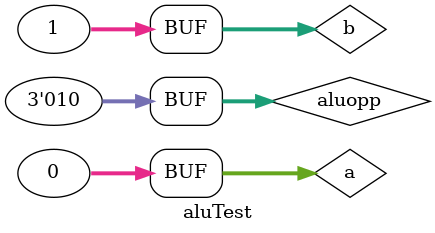
<source format=v>
module aluTest();

reg [31:0] a; 
reg [31:0] b; 
wire [31:0] sum;
wire CarryOut; 
reg [2:0] aluopp;
alu_32b test(CarryOut, sum, a, b, 0, aluopp);

initial begin $monitor("a=%b  b=%b cout=%b  sum=%b aluOP=%3b", a, b, CarryOut, sum, aluopp);

  aluopp[2]=0;
  aluopp[1]=0;
  aluopp[0]=0;
  a=32'b00000000000000000000000000000001;
  b=32'b00000000000000000000000000000001;
#50

  
  aluopp[2]=0;
  aluopp[1]=0;
  aluopp[0]=0;
  a=32'b00000000000000000000000000000000;
  b=32'b00000000000000000000000000000000;
  
#50
  aluopp[2]=0;
  aluopp[1]=0;
  aluopp[0]=0;
  a=32'b00000000000000000000000000000001;
  b=32'b00000000000000000000000000000000;
  
#50

  aluopp[2]=0;
  aluopp[1]=0;
  aluopp[0]=0;
  a=32'b00000000000000000000000000000000;
  b=32'b00000000000000000000000000000001;
  
#50

  aluopp[2]=0;
  aluopp[1]=0;
  aluopp[0]=1;
  a=1;
  b=1;
#50

  
  aluopp[2]=0;
  aluopp[1]=0;
  aluopp[0]=1;
  a=0;
  b=0;
  
#50
  aluopp[2]=0;
  aluopp[1]=0;
  aluopp[0]=1;
  a=1;
  b=0;
  
#50

  aluopp[2]=0;
  aluopp[1]=0;
  aluopp[0]=1;
  a=0;
  b=1;
  
#50

  aluopp[2]=0;
  aluopp[1]=1;
  aluopp[0]=0;
  a=1;
  b=1;
#50

  
  aluopp[2]=0;
  aluopp[1]=1;
  aluopp[0]=0;
  a=0;
  b=0;
  
#50
  aluopp[2]=0;
  aluopp[1]=1;
  aluopp[0]=0;
  a=1;
  b=0;
  
#50

  aluopp[2]=0;
  aluopp[1]=1;
  aluopp[0]=0;
  a=0;
  b=1;


end

  
endmodule
</source>
